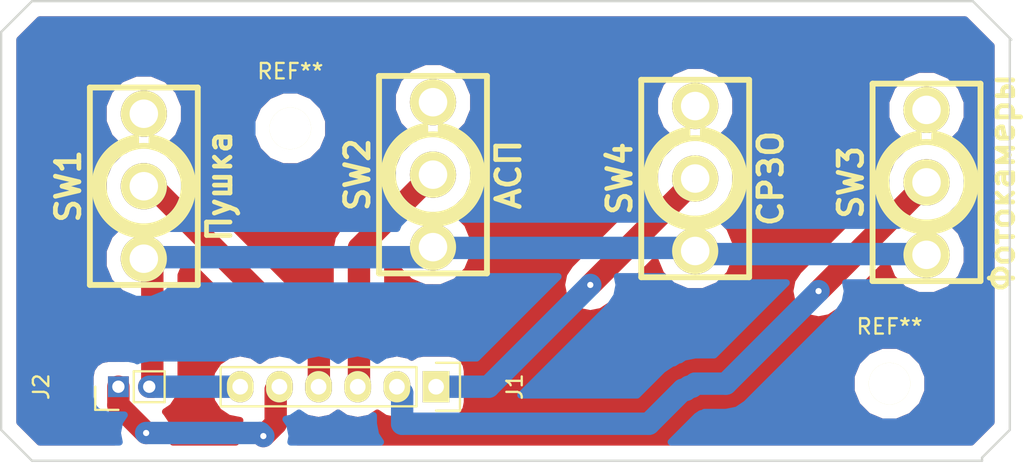
<source format=kicad_pcb>
(kicad_pcb (version 4) (host pcbnew 4.0.0-rc2-stable)

  (general
    (links 10)
    (no_connects 0)
    (area 13.8 12.8 80.6 45.6)
    (thickness 1.6)
    (drawings 9)
    (tracks 55)
    (zones 0)
    (modules 8)
    (nets 11)
  )

  (page A4 portrait)
  (title_block
    (title "СРЗО en Пушка")
    (date 2016-04-04)
    (rev 0.1a)
    (company ©Sovjet-Simpits.nl)
    (comment 1 "Ontwerper: Michiel Erasmus")
    (comment 2 "DCS: MiG-21bis aan-uit skakelaars")
  )

  (layers
    (0 F.Cu signal)
    (31 B.Cu signal)
    (32 B.Adhes user)
    (33 F.Adhes user)
    (34 B.Paste user)
    (35 F.Paste user)
    (36 B.SilkS user)
    (37 F.SilkS user)
    (38 B.Mask user)
    (39 F.Mask user)
    (40 Dwgs.User user)
    (41 Cmts.User user)
    (42 Eco1.User user)
    (43 Eco2.User user)
    (44 Edge.Cuts user)
    (45 Margin user)
    (46 B.CrtYd user)
    (47 F.CrtYd user)
    (48 B.Fab user)
    (49 F.Fab user)
  )

  (setup
    (last_trace_width 1.45)
    (trace_clearance 0.6)
    (zone_clearance 0.908)
    (zone_45_only no)
    (trace_min 0.4)
    (segment_width 0.2)
    (edge_width 0.15)
    (via_size 0.9)
    (via_drill 0.4)
    (via_min_size 0.4)
    (via_min_drill 0.3)
    (uvia_size 0.3)
    (uvia_drill 0.1)
    (uvias_allowed no)
    (uvia_min_size 0.2)
    (uvia_min_drill 0.1)
    (pcb_text_width 0.3)
    (pcb_text_size 1.5 1.5)
    (mod_edge_width 0.15)
    (mod_text_size 1 1)
    (mod_text_width 0.15)
    (pad_size 1.35 1.35)
    (pad_drill 0.8)
    (pad_to_mask_clearance 0.2)
    (aux_axis_origin 0 0)
    (visible_elements 7FFFFFFF)
    (pcbplotparams
      (layerselection 0x00030_80000001)
      (usegerberextensions false)
      (excludeedgelayer true)
      (linewidth 0.100000)
      (plotframeref false)
      (viasonmask false)
      (mode 1)
      (useauxorigin false)
      (hpglpennumber 1)
      (hpglpenspeed 20)
      (hpglpendiameter 15)
      (hpglpenoverlay 2)
      (psnegative false)
      (psa4output false)
      (plotreference true)
      (plotvalue true)
      (plotinvisibletext false)
      (padsonsilk false)
      (subtractmaskfromsilk false)
      (outputformat 1)
      (mirror false)
      (drillshape 0)
      (scaleselection 1)
      (outputdirectory "GERBERs voor dirtyPCBs.com/"))
  )

  (net 0 "")
  (net 1 /D10)
  (net 2 /D11)
  (net 3 /D12)
  (net 4 /D13)
  (net 5 /5V)
  (net 6 /GND)
  (net 7 "Net-(SW1-Pad3)")
  (net 8 "Net-(SW2-Pad3)")
  (net 9 "Net-(SW3-Pad3)")
  (net 10 "Net-(SW4-Pad3)")

  (net_class Default "Dit is de standaard class."
    (clearance 0.6)
    (trace_width 1.45)
    (via_dia 0.9)
    (via_drill 0.4)
    (uvia_dia 0.3)
    (uvia_drill 0.1)
    (add_net /5V)
    (add_net /D10)
    (add_net /D11)
    (add_net /D12)
    (add_net /D13)
    (add_net /GND)
    (add_net "Net-(SW1-Pad3)")
    (add_net "Net-(SW2-Pad3)")
    (add_net "Net-(SW3-Pad3)")
    (add_net "Net-(SW4-Pad3)")
  )

  (module Pin_Headers:Pin_Header_Straight_1x02_Pitch2.00mm (layer F.Cu) (tedit 5702B98B) (tstamp 5702B2A2)
    (at 21.6 38 90)
    (descr "Through hole pin header, 1x02, 2.00mm pitch, single row")
    (tags "pin header single row")
    (path /57027132)
    (fp_text reference J2 (at 0 -5 90) (layer F.SilkS)
      (effects (font (size 1 1) (thickness 0.15)))
    )
    (fp_text value HDR_2_led (at 0 -3 90) (layer F.Fab)
      (effects (font (size 1 1) (thickness 0.15)))
    )
    (fp_line (start -1 1) (end 1 1) (layer F.SilkS) (width 0.15))
    (fp_line (start 1 1) (end 1 3) (layer F.SilkS) (width 0.15))
    (fp_line (start 1 3) (end -1 3) (layer F.SilkS) (width 0.15))
    (fp_line (start -1 3) (end -1 1) (layer F.SilkS) (width 0.15))
    (fp_line (start -1.6 -1.6) (end 1.6 -1.6) (layer F.CrtYd) (width 0.05))
    (fp_line (start 1.6 -1.6) (end 1.6 3.6) (layer F.CrtYd) (width 0.05))
    (fp_line (start 1.6 3.6) (end -1.6 3.6) (layer F.CrtYd) (width 0.05))
    (fp_line (start -1.6 3.6) (end -1.6 -1.6) (layer F.CrtYd) (width 0.05))
    (fp_line (start -1.5 0) (end -1.5 -1.5) (layer F.SilkS) (width 0.15))
    (fp_line (start -1.5 -1.5) (end 0 -1.5) (layer F.SilkS) (width 0.15))
    (pad 1 thru_hole rect (at 0 0 90) (size 1.35 1.35) (drill 0.8) (layers *.Cu *.Mask)
      (net 5 /5V))
    (pad 2 thru_hole circle (at 0 2 90) (size 1.35 1.35) (drill 0.8) (layers *.Cu *.Mask)
      (net 6 /GND))
    (model Pin_Headers.3dshapes/Pin_Header_Straight_1x02_Pitch2.00mm.wrl
      (at (xyz 0 0 0))
      (scale (xyz 1 1 1))
      (rotate (xyz 0 0 0))
    )
  )

  (module w_switch:switch_100sp5 (layer F.Cu) (tedit 56B8ACCE) (tstamp 5702B2A9)
    (at 23.25 25 90)
    (descr "E-Switch 100SP5")
    (path /57016203)
    (fp_text reference SW1 (at 0 -4.89966 90) (layer F.SilkS)
      (effects (font (thickness 0.3048)))
    )
    (fp_text value Пушка (at 0 4.89966 90) (layer F.SilkS)
      (effects (font (thickness 0.3048)))
    )
    (fp_line (start 2.60096 0.50038) (end 3.0988 0.50038) (layer F.SilkS) (width 0.37846))
    (fp_line (start 2.60096 -0.50038) (end 3.0988 -0.50038) (layer F.SilkS) (width 0.37846))
    (fp_circle (center 0 0) (end -2.60096 0.29972) (layer F.SilkS) (width 0.37846))
    (fp_arc (start 0 0) (end -0.5207 -2.56032) (angle 90) (layer F.SilkS) (width 0.37846))
    (fp_arc (start 0 0) (end 2.56032 0.48006) (angle 90) (layer F.SilkS) (width 0.37846))
    (fp_arc (start 0 0) (end 2.83972 0.70104) (angle 90) (layer F.SilkS) (width 0.37846))
    (fp_arc (start 0 0) (end -0.70104 -2.82956) (angle 90) (layer F.SilkS) (width 0.37846))
    (fp_arc (start 0 0) (end 0 2.60096) (angle 90) (layer F.SilkS) (width 0.37846))
    (fp_arc (start 0 0) (end -2.60096 0) (angle 90) (layer F.SilkS) (width 0.37846))
    (fp_arc (start 0 0) (end 0 2.90068) (angle 90) (layer F.SilkS) (width 0.37846))
    (fp_arc (start 0 0) (end -2.90068 0) (angle 90) (layer F.SilkS) (width 0.37846))
    (fp_arc (start 0 0) (end 3.15976 0.51054) (angle 90) (layer F.SilkS) (width 0.37846))
    (fp_arc (start 0 0) (end -0.51054 -3.15976) (angle 90) (layer F.SilkS) (width 0.37846))
    (fp_arc (start 0 0) (end 0 3.2004) (angle 90) (layer F.SilkS) (width 0.37846))
    (fp_arc (start 0 0) (end -3.2004 0) (angle 90) (layer F.SilkS) (width 0.37846))
    (fp_line (start -6.4008 -3.49758) (end 6.4008 -3.49758) (layer F.SilkS) (width 0.37846))
    (fp_line (start 6.4008 -3.50012) (end 6.4008 3.50012) (layer F.SilkS) (width 0.37846))
    (fp_line (start 6.4008 3.50012) (end -6.4008 3.50012) (layer F.SilkS) (width 0.37846))
    (fp_line (start -6.4008 3.50012) (end -6.4008 -3.50012) (layer F.SilkS) (width 0.37846))
    (pad 1 thru_hole circle (at -4.699 0 90) (size 2.9972 2.9972) (drill 1.84658) (layers *.Cu *.Mask F.SilkS)
      (net 6 /GND))
    (pad 2 thru_hole circle (at 0 0 90) (size 2.9972 2.9972) (drill 1.84658) (layers *.Cu *.Mask F.SilkS)
      (net 4 /D13))
    (pad 3 thru_hole circle (at 4.699 0 90) (size 2.9972 2.9972) (drill 1.84658) (layers *.Cu *.Mask F.SilkS)
      (net 7 "Net-(SW1-Pad3)"))
    (model walter/switch/switch_100sp5.wrl
      (at (xyz 0 0 0))
      (scale (xyz 1 1 1))
      (rotate (xyz 0 0 0))
    )
  )

  (module w_switch:switch_100sp5 (layer F.Cu) (tedit 56B8ACCE) (tstamp 5702B2B0)
    (at 42 24.25 90)
    (descr "E-Switch 100SP5")
    (path /570162C4)
    (fp_text reference SW2 (at 0 -4.89966 90) (layer F.SilkS)
      (effects (font (thickness 0.3048)))
    )
    (fp_text value АСП (at 0 4.89966 90) (layer F.SilkS)
      (effects (font (thickness 0.3048)))
    )
    (fp_line (start 2.60096 0.50038) (end 3.0988 0.50038) (layer F.SilkS) (width 0.37846))
    (fp_line (start 2.60096 -0.50038) (end 3.0988 -0.50038) (layer F.SilkS) (width 0.37846))
    (fp_circle (center 0 0) (end -2.60096 0.29972) (layer F.SilkS) (width 0.37846))
    (fp_arc (start 0 0) (end -0.5207 -2.56032) (angle 90) (layer F.SilkS) (width 0.37846))
    (fp_arc (start 0 0) (end 2.56032 0.48006) (angle 90) (layer F.SilkS) (width 0.37846))
    (fp_arc (start 0 0) (end 2.83972 0.70104) (angle 90) (layer F.SilkS) (width 0.37846))
    (fp_arc (start 0 0) (end -0.70104 -2.82956) (angle 90) (layer F.SilkS) (width 0.37846))
    (fp_arc (start 0 0) (end 0 2.60096) (angle 90) (layer F.SilkS) (width 0.37846))
    (fp_arc (start 0 0) (end -2.60096 0) (angle 90) (layer F.SilkS) (width 0.37846))
    (fp_arc (start 0 0) (end 0 2.90068) (angle 90) (layer F.SilkS) (width 0.37846))
    (fp_arc (start 0 0) (end -2.90068 0) (angle 90) (layer F.SilkS) (width 0.37846))
    (fp_arc (start 0 0) (end 3.15976 0.51054) (angle 90) (layer F.SilkS) (width 0.37846))
    (fp_arc (start 0 0) (end -0.51054 -3.15976) (angle 90) (layer F.SilkS) (width 0.37846))
    (fp_arc (start 0 0) (end 0 3.2004) (angle 90) (layer F.SilkS) (width 0.37846))
    (fp_arc (start 0 0) (end -3.2004 0) (angle 90) (layer F.SilkS) (width 0.37846))
    (fp_line (start -6.4008 -3.49758) (end 6.4008 -3.49758) (layer F.SilkS) (width 0.37846))
    (fp_line (start 6.4008 -3.50012) (end 6.4008 3.50012) (layer F.SilkS) (width 0.37846))
    (fp_line (start 6.4008 3.50012) (end -6.4008 3.50012) (layer F.SilkS) (width 0.37846))
    (fp_line (start -6.4008 3.50012) (end -6.4008 -3.50012) (layer F.SilkS) (width 0.37846))
    (pad 1 thru_hole circle (at -4.699 0 90) (size 2.9972 2.9972) (drill 1.84658) (layers *.Cu *.Mask F.SilkS)
      (net 6 /GND))
    (pad 2 thru_hole circle (at 0 0 90) (size 2.9972 2.9972) (drill 1.84658) (layers *.Cu *.Mask F.SilkS)
      (net 3 /D12))
    (pad 3 thru_hole circle (at 4.699 0 90) (size 2.9972 2.9972) (drill 1.84658) (layers *.Cu *.Mask F.SilkS)
      (net 8 "Net-(SW2-Pad3)"))
    (model walter/switch/switch_100sp5.wrl
      (at (xyz 0 0 0))
      (scale (xyz 1 1 1))
      (rotate (xyz 0 0 0))
    )
  )

  (module w_switch:switch_100sp5 (layer F.Cu) (tedit 56B8ACCE) (tstamp 5702B2B7)
    (at 74 24.75 90)
    (descr "E-Switch 100SP5")
    (path /5701633A)
    (fp_text reference SW3 (at 0 -4.89966 90) (layer F.SilkS)
      (effects (font (thickness 0.3048)))
    )
    (fp_text value Фотокамеры (at 0 4.89966 90) (layer F.SilkS)
      (effects (font (thickness 0.3048)))
    )
    (fp_line (start 2.60096 0.50038) (end 3.0988 0.50038) (layer F.SilkS) (width 0.37846))
    (fp_line (start 2.60096 -0.50038) (end 3.0988 -0.50038) (layer F.SilkS) (width 0.37846))
    (fp_circle (center 0 0) (end -2.60096 0.29972) (layer F.SilkS) (width 0.37846))
    (fp_arc (start 0 0) (end -0.5207 -2.56032) (angle 90) (layer F.SilkS) (width 0.37846))
    (fp_arc (start 0 0) (end 2.56032 0.48006) (angle 90) (layer F.SilkS) (width 0.37846))
    (fp_arc (start 0 0) (end 2.83972 0.70104) (angle 90) (layer F.SilkS) (width 0.37846))
    (fp_arc (start 0 0) (end -0.70104 -2.82956) (angle 90) (layer F.SilkS) (width 0.37846))
    (fp_arc (start 0 0) (end 0 2.60096) (angle 90) (layer F.SilkS) (width 0.37846))
    (fp_arc (start 0 0) (end -2.60096 0) (angle 90) (layer F.SilkS) (width 0.37846))
    (fp_arc (start 0 0) (end 0 2.90068) (angle 90) (layer F.SilkS) (width 0.37846))
    (fp_arc (start 0 0) (end -2.90068 0) (angle 90) (layer F.SilkS) (width 0.37846))
    (fp_arc (start 0 0) (end 3.15976 0.51054) (angle 90) (layer F.SilkS) (width 0.37846))
    (fp_arc (start 0 0) (end -0.51054 -3.15976) (angle 90) (layer F.SilkS) (width 0.37846))
    (fp_arc (start 0 0) (end 0 3.2004) (angle 90) (layer F.SilkS) (width 0.37846))
    (fp_arc (start 0 0) (end -3.2004 0) (angle 90) (layer F.SilkS) (width 0.37846))
    (fp_line (start -6.4008 -3.49758) (end 6.4008 -3.49758) (layer F.SilkS) (width 0.37846))
    (fp_line (start 6.4008 -3.50012) (end 6.4008 3.50012) (layer F.SilkS) (width 0.37846))
    (fp_line (start 6.4008 3.50012) (end -6.4008 3.50012) (layer F.SilkS) (width 0.37846))
    (fp_line (start -6.4008 3.50012) (end -6.4008 -3.50012) (layer F.SilkS) (width 0.37846))
    (pad 1 thru_hole circle (at -4.699 0 90) (size 2.9972 2.9972) (drill 1.84658) (layers *.Cu *.Mask F.SilkS)
      (net 6 /GND))
    (pad 2 thru_hole circle (at 0 0 90) (size 2.9972 2.9972) (drill 1.84658) (layers *.Cu *.Mask F.SilkS)
      (net 2 /D11))
    (pad 3 thru_hole circle (at 4.699 0 90) (size 2.9972 2.9972) (drill 1.84658) (layers *.Cu *.Mask F.SilkS)
      (net 9 "Net-(SW3-Pad3)"))
    (model walter/switch/switch_100sp5.wrl
      (at (xyz 0 0 0))
      (scale (xyz 1 1 1))
      (rotate (xyz 0 0 0))
    )
  )

  (module w_switch:switch_100sp5 (layer F.Cu) (tedit 56B8ACCE) (tstamp 5702B2BE)
    (at 59 24.5 90)
    (descr "E-Switch 100SP5")
    (path /57026E1E)
    (fp_text reference SW4 (at 0 -4.89966 90) (layer F.SilkS)
      (effects (font (thickness 0.3048)))
    )
    (fp_text value СРЗО (at 0 4.89966 90) (layer F.SilkS)
      (effects (font (thickness 0.3048)))
    )
    (fp_line (start 2.60096 0.50038) (end 3.0988 0.50038) (layer F.SilkS) (width 0.37846))
    (fp_line (start 2.60096 -0.50038) (end 3.0988 -0.50038) (layer F.SilkS) (width 0.37846))
    (fp_circle (center 0 0) (end -2.60096 0.29972) (layer F.SilkS) (width 0.37846))
    (fp_arc (start 0 0) (end -0.5207 -2.56032) (angle 90) (layer F.SilkS) (width 0.37846))
    (fp_arc (start 0 0) (end 2.56032 0.48006) (angle 90) (layer F.SilkS) (width 0.37846))
    (fp_arc (start 0 0) (end 2.83972 0.70104) (angle 90) (layer F.SilkS) (width 0.37846))
    (fp_arc (start 0 0) (end -0.70104 -2.82956) (angle 90) (layer F.SilkS) (width 0.37846))
    (fp_arc (start 0 0) (end 0 2.60096) (angle 90) (layer F.SilkS) (width 0.37846))
    (fp_arc (start 0 0) (end -2.60096 0) (angle 90) (layer F.SilkS) (width 0.37846))
    (fp_arc (start 0 0) (end 0 2.90068) (angle 90) (layer F.SilkS) (width 0.37846))
    (fp_arc (start 0 0) (end -2.90068 0) (angle 90) (layer F.SilkS) (width 0.37846))
    (fp_arc (start 0 0) (end 3.15976 0.51054) (angle 90) (layer F.SilkS) (width 0.37846))
    (fp_arc (start 0 0) (end -0.51054 -3.15976) (angle 90) (layer F.SilkS) (width 0.37846))
    (fp_arc (start 0 0) (end 0 3.2004) (angle 90) (layer F.SilkS) (width 0.37846))
    (fp_arc (start 0 0) (end -3.2004 0) (angle 90) (layer F.SilkS) (width 0.37846))
    (fp_line (start -6.4008 -3.49758) (end 6.4008 -3.49758) (layer F.SilkS) (width 0.37846))
    (fp_line (start 6.4008 -3.50012) (end 6.4008 3.50012) (layer F.SilkS) (width 0.37846))
    (fp_line (start 6.4008 3.50012) (end -6.4008 3.50012) (layer F.SilkS) (width 0.37846))
    (fp_line (start -6.4008 3.50012) (end -6.4008 -3.50012) (layer F.SilkS) (width 0.37846))
    (pad 1 thru_hole circle (at -4.699 0 90) (size 2.9972 2.9972) (drill 1.84658) (layers *.Cu *.Mask F.SilkS)
      (net 6 /GND))
    (pad 2 thru_hole circle (at 0 0 90) (size 2.9972 2.9972) (drill 1.84658) (layers *.Cu *.Mask F.SilkS)
      (net 1 /D10))
    (pad 3 thru_hole circle (at 4.699 0 90) (size 2.9972 2.9972) (drill 1.84658) (layers *.Cu *.Mask F.SilkS)
      (net 10 "Net-(SW4-Pad3)"))
    (model walter/switch/switch_100sp5.wrl
      (at (xyz 0 0 0))
      (scale (xyz 1 1 1))
      (rotate (xyz 0 0 0))
    )
  )

  (module Pin_Headers:Pin_Header_Straight_1x06 (layer F.Cu) (tedit 0) (tstamp 5702B8FC)
    (at 42.2 38 270)
    (descr "Through hole pin header")
    (tags "pin header")
    (path /57026348)
    (fp_text reference J1 (at 0 -5.1 270) (layer F.SilkS)
      (effects (font (size 1 1) (thickness 0.15)))
    )
    (fp_text value HDR_6_Пушка (at 0 -3.1 270) (layer F.Fab)
      (effects (font (size 1 1) (thickness 0.15)))
    )
    (fp_line (start -1.75 -1.75) (end -1.75 14.45) (layer F.CrtYd) (width 0.05))
    (fp_line (start 1.75 -1.75) (end 1.75 14.45) (layer F.CrtYd) (width 0.05))
    (fp_line (start -1.75 -1.75) (end 1.75 -1.75) (layer F.CrtYd) (width 0.05))
    (fp_line (start -1.75 14.45) (end 1.75 14.45) (layer F.CrtYd) (width 0.05))
    (fp_line (start 1.27 1.27) (end 1.27 13.97) (layer F.SilkS) (width 0.15))
    (fp_line (start 1.27 13.97) (end -1.27 13.97) (layer F.SilkS) (width 0.15))
    (fp_line (start -1.27 13.97) (end -1.27 1.27) (layer F.SilkS) (width 0.15))
    (fp_line (start 1.55 -1.55) (end 1.55 0) (layer F.SilkS) (width 0.15))
    (fp_line (start 1.27 1.27) (end -1.27 1.27) (layer F.SilkS) (width 0.15))
    (fp_line (start -1.55 0) (end -1.55 -1.55) (layer F.SilkS) (width 0.15))
    (fp_line (start -1.55 -1.55) (end 1.55 -1.55) (layer F.SilkS) (width 0.15))
    (pad 1 thru_hole rect (at 0 0 270) (size 2.032 1.7272) (drill 1.016) (layers *.Cu *.Mask F.SilkS)
      (net 1 /D10))
    (pad 2 thru_hole oval (at 0 2.54 270) (size 2.032 1.7272) (drill 1.016) (layers *.Cu *.Mask F.SilkS)
      (net 2 /D11))
    (pad 3 thru_hole oval (at 0 5.08 270) (size 2.032 1.7272) (drill 1.016) (layers *.Cu *.Mask F.SilkS)
      (net 3 /D12))
    (pad 4 thru_hole oval (at 0 7.62 270) (size 2.032 1.7272) (drill 1.016) (layers *.Cu *.Mask F.SilkS)
      (net 4 /D13))
    (pad 5 thru_hole oval (at 0 10.16 270) (size 2.032 1.7272) (drill 1.016) (layers *.Cu *.Mask F.SilkS)
      (net 5 /5V))
    (pad 6 thru_hole oval (at 0 12.7 270) (size 2.032 1.7272) (drill 1.016) (layers *.Cu *.Mask F.SilkS)
      (net 6 /GND))
    (model Pin_Headers.3dshapes/Pin_Header_Straight_1x06.wrl
      (at (xyz 0 -0.25 0))
      (scale (xyz 1 1 1))
      (rotate (xyz 0 0 90))
    )
  )

  (module Mounting_Holes:MountingHole_2.7mm (layer F.Cu) (tedit 56D1B4CB) (tstamp 5703A8C8)
    (at 32.75 21.25)
    (descr "Mounting Hole 2.7mm, no annular")
    (tags "mounting hole 2.7mm no annular")
    (fp_text reference REF** (at 0 -3.7) (layer F.SilkS)
      (effects (font (size 1 1) (thickness 0.15)))
    )
    (fp_text value MountingHole_2.7mm (at 0 3.7) (layer F.Fab)
      (effects (font (size 1 1) (thickness 0.15)))
    )
    (fp_circle (center 0 0) (end 2.7 0) (layer Cmts.User) (width 0.15))
    (fp_circle (center 0 0) (end 2.95 0) (layer F.CrtYd) (width 0.05))
    (pad 1 np_thru_hole circle (at 0 0) (size 2.7 2.7) (drill 2.7) (layers *.Cu *.Mask F.SilkS))
  )

  (module Mounting_Holes:MountingHole_2.7mm (layer F.Cu) (tedit 56D1B4CB) (tstamp 5703A8D7)
    (at 71.6 37.8)
    (descr "Mounting Hole 2.7mm, no annular")
    (tags "mounting hole 2.7mm no annular")
    (fp_text reference REF** (at 0 -3.7) (layer F.SilkS)
      (effects (font (size 1 1) (thickness 0.15)))
    )
    (fp_text value MountingHole_2.7mm (at 0 3.7) (layer F.Fab)
      (effects (font (size 1 1) (thickness 0.15)))
    )
    (fp_circle (center 0 0) (end 2.7 0) (layer Cmts.User) (width 0.15))
    (fp_circle (center 0 0) (end 2.95 0) (layer F.CrtYd) (width 0.05))
    (pad 1 np_thru_hole circle (at 0 0) (size 2.7 2.7) (drill 2.7) (layers *.Cu *.Mask F.SilkS))
  )

  (gr_line (start 79.4 15.4) (end 79.4 40.8) (angle 90) (layer Edge.Cuts) (width 0.15))
  (gr_line (start 14 15) (end 14 40.8) (angle 90) (layer Edge.Cuts) (width 0.15))
  (gr_line (start 16 42.8) (end 77.6 42.8) (angle 90) (layer Edge.Cuts) (width 0.15))
  (gr_line (start 77.6 42.6) (end 77.6 42.8) (angle 90) (layer Edge.Cuts) (width 0.15))
  (gr_line (start 79.4 40.8) (end 77.6 42.6) (angle 90) (layer Edge.Cuts) (width 0.15))
  (gr_line (start 14 40.8) (end 16 42.8) (angle 90) (layer Edge.Cuts) (width 0.15))
  (gr_line (start 16 13) (end 14 15) (angle 90) (layer Edge.Cuts) (width 0.15))
  (gr_line (start 77 13) (end 79.5 15.5) (angle 90) (layer Edge.Cuts) (width 0.15))
  (gr_line (start 16 13) (end 77 13) (angle 90) (layer Edge.Cuts) (width 0.15))

  (segment (start 59 24.5) (end 59 24.6) (width 1.45) (layer F.Cu) (net 1) (status 80000))
  (segment (start 59 24.6) (end 52.2 31.4) (width 1.45) (layer F.Cu) (net 1) (status 80000))
  (via (at 52.2 31.4) (size 0.9) (layers F.Cu B.Cu) (net 1) (status 80000))
  (segment (start 52.2 31.4) (end 45.6 38) (width 1.45) (layer B.Cu) (net 1) (status 80000))
  (segment (start 45.6 38) (end 42.2 38) (width 1.45) (layer B.Cu) (net 1) (status 80000))
  (segment (start 74 24.75) (end 74 24.8) (width 1.45) (layer F.Cu) (net 2) (status 80000))
  (segment (start 74 24.8) (end 67 31.8) (width 1.45) (layer F.Cu) (net 2) (status 80000))
  (via (at 67 31.8) (size 0.9) (layers F.Cu B.Cu) (net 2) (status 80000))
  (segment (start 67 31.8) (end 61 37.8) (width 1.45) (layer B.Cu) (net 2) (status 80000))
  (segment (start 61 37.8) (end 59 37.8) (width 1.45) (layer B.Cu) (net 2) (status 80000))
  (segment (start 59 37.8) (end 58.8 38) (width 1.45) (layer B.Cu) (net 2) (status 80000))
  (segment (start 58.8 38) (end 58.6 38) (width 1.45) (layer B.Cu) (net 2) (status 80000))
  (segment (start 58.6 38) (end 58.4 38.2) (width 1.45) (layer B.Cu) (net 2) (status 80000))
  (segment (start 58.4 38.2) (end 58.2 38.2) (width 1.45) (layer B.Cu) (net 2) (status 80000))
  (segment (start 58.2 38.2) (end 56 40.4) (width 1.45) (layer B.Cu) (net 2) (status 80000))
  (segment (start 56 40.4) (end 40 40.4) (width 1.45) (layer B.Cu) (net 2) (status 80000))
  (segment (start 40 40.4) (end 40 38.4) (width 1.45) (layer B.Cu) (net 2) (status 80000))
  (segment (start 40 38.4) (end 39.6 38) (width 1.45) (layer B.Cu) (net 2) (status 80000))
  (segment (start 39.6 38) (end 39.66 38) (width 1.45) (layer B.Cu) (net 2) (tstamp 572B486A) (status 80000))
  (segment (start 42 24.25) (end 42 24.2) (width 1.45) (layer F.Cu) (net 3) (status 80000))
  (segment (start 42 24.2) (end 37.2 29) (width 1.45) (layer F.Cu) (net 3) (status 80000))
  (segment (start 37.2 29) (end 37.2 38) (width 1.45) (layer F.Cu) (net 3) (status 80000))
  (segment (start 37.2 38) (end 37.12 38) (width 1.45) (layer F.Cu) (net 3) (tstamp 572B4868) (status 80000))
  (segment (start 23.25 25) (end 23.8 25) (width 1.45) (layer F.Cu) (net 4) (status 80000))
  (segment (start 23.8 25) (end 34.6 35.8) (width 1.45) (layer F.Cu) (net 4) (status 80000))
  (segment (start 34.6 35.8) (end 34.6 38) (width 1.45) (layer F.Cu) (net 4) (status 80000))
  (segment (start 34.6 38) (end 34.58 38) (width 1.45) (layer F.Cu) (net 4) (tstamp 572B4869) (status 80000))
  (segment (start 32.04 38) (end 32 38) (width 1.45) (layer F.Cu) (net 5) (status 80000))
  (segment (start 32 38) (end 31.8 38.2) (width 1.45) (layer F.Cu) (net 5) (status 80000))
  (segment (start 31.8 38.2) (end 31.8 40.4) (width 1.45) (layer F.Cu) (net 5) (status 80000))
  (segment (start 31.8 40.4) (end 31 41.2) (width 1.45) (layer F.Cu) (net 5) (status 80000))
  (via (at 31 41.2) (size 0.9) (layers F.Cu B.Cu) (net 5) (status 80000))
  (segment (start 31 41.2) (end 30.8 41) (width 1.45) (layer B.Cu) (net 5) (status 80000))
  (segment (start 30.8 41) (end 23.4 41) (width 1.45) (layer B.Cu) (net 5) (status 80000))
  (via (at 23.4 41) (size 0.9) (layers F.Cu B.Cu) (net 5) (status 80000))
  (segment (start 23.4 41) (end 21.6 39.2) (width 1.45) (layer F.Cu) (net 5) (status 80000))
  (segment (start 21.6 39.2) (end 21.6 38) (width 1.45) (layer F.Cu) (net 5) (status 80000))
  (segment (start 42 28.949) (end 42 29) (width 1.45) (layer B.Cu) (net 6) (status 80000))
  (segment (start 42 29) (end 41.4 29.6) (width 1.45) (layer B.Cu) (net 6) (status 80000))
  (segment (start 41.4 29.6) (end 23.2 29.6) (width 1.45) (layer B.Cu) (net 6) (status 80000))
  (segment (start 23.2 29.6) (end 23.25 29.699) (width 1.45) (layer B.Cu) (net 6) (tstamp 572B4867) (status 80000))
  (segment (start 59 29.199) (end 59 29.2) (width 1.45) (layer B.Cu) (net 6) (status 80000))
  (segment (start 59 29.2) (end 58.8 29) (width 1.45) (layer B.Cu) (net 6) (status 80000))
  (segment (start 58.8 29) (end 42 29) (width 1.45) (layer B.Cu) (net 6) (status 80000))
  (segment (start 42 29) (end 42 28.949) (width 1.45) (layer B.Cu) (net 6) (tstamp 572B4866) (status 80000))
  (segment (start 59 29.199) (end 59 29.2) (width 1.45) (layer B.Cu) (net 6) (status 80000))
  (segment (start 59 29.2) (end 59.2 29.4) (width 1.45) (layer B.Cu) (net 6) (status 80000))
  (segment (start 59.2 29.4) (end 74 29.4) (width 1.45) (layer B.Cu) (net 6) (status 80000))
  (segment (start 74 29.4) (end 74 29.449) (width 1.45) (layer B.Cu) (net 6) (tstamp 572B4865) (status 80000))
  (segment (start 23.25 29.699) (end 23.2 29.6) (width 1.45) (layer F.Cu) (net 6) (status 80000))
  (segment (start 23.2 29.6) (end 23.8 30.2) (width 1.45) (layer F.Cu) (net 6) (status 80000))
  (segment (start 23.8 30.2) (end 23.8 38) (width 1.45) (layer F.Cu) (net 6) (status 80000))
  (segment (start 23.8 38) (end 23.6 38) (width 1.45) (layer F.Cu) (net 6) (status 80000))
  (segment (start 23.6 38) (end 29.5 38) (width 1.45) (layer B.Cu) (net 6) (status 80000))
  (segment (start 73.75 29.199) (end 74 29.449) (width 1.45) (layer F.Cu) (net 6) (tstamp 5702B67F))

  (zone (net 0) (net_name "") (layer F.Cu) (tstamp 572B487F) (hatch edge 0.508)
    (connect_pads (clearance 0.908))
    (min_thickness 0.454)
    (fill yes (arc_segments 16) (thermal_gap 0.508) (thermal_bridge_width 0.508))
    (polygon
      (pts
        (xy 79.4 15.4) (xy 79.4 40.8) (xy 77.6 42.6) (xy 77.6 42.8) (xy 16 42.8)
        (xy 14 40.8) (xy 14 15) (xy 16 13) (xy 77 13) (xy 79.4 15.4)
      )
    )
    (filled_polygon
      (pts
        (xy 78.19 15.901198) (xy 78.19 40.298802) (xy 76.898802 41.59) (xy 33.198888 41.59) (xy 33.518416 41.111791)
        (xy 33.660001 40.4) (xy 33.66 40.399995) (xy 33.66 39.937326) (xy 33.815169 40.041007) (xy 34.58 40.193141)
        (xy 35.344831 40.041007) (xy 35.85 39.703464) (xy 36.355169 40.041007) (xy 37.12 40.193141) (xy 37.884831 40.041007)
        (xy 38.39 39.703464) (xy 38.895169 40.041007) (xy 39.66 40.193141) (xy 40.424831 40.041007) (xy 40.627699 39.905455)
        (xy 40.886171 40.082061) (xy 41.3364 40.173235) (xy 43.0636 40.173235) (xy 43.484206 40.094093) (xy 43.870506 39.845515)
        (xy 44.129661 39.466229) (xy 44.220835 39.016) (xy 44.220835 38.292128) (xy 69.11457 38.292128) (xy 69.492091 39.2058)
        (xy 70.190523 39.905452) (xy 71.103534 40.284568) (xy 72.092128 40.28543) (xy 73.0058 39.907909) (xy 73.705452 39.209477)
        (xy 74.084568 38.296466) (xy 74.08543 37.307872) (xy 73.707909 36.3942) (xy 73.009477 35.694548) (xy 72.096466 35.315432)
        (xy 71.107872 35.31457) (xy 70.1942 35.692091) (xy 69.494548 36.390523) (xy 69.115432 37.303534) (xy 69.11457 38.292128)
        (xy 44.220835 38.292128) (xy 44.220835 36.984) (xy 44.141693 36.563394) (xy 43.893115 36.177094) (xy 43.513829 35.917939)
        (xy 43.0636 35.826765) (xy 41.3364 35.826765) (xy 40.915794 35.905907) (xy 40.625219 36.092888) (xy 40.424831 35.958993)
        (xy 39.66 35.806859) (xy 39.06 35.926206) (xy 39.06 29.770438) (xy 39.365949 29.464489) (xy 39.365944 29.470557)
        (xy 39.766041 30.438865) (xy 40.506238 31.180355) (xy 41.473846 31.582142) (xy 42.521557 31.583056) (xy 42.964586 31.4)
        (xy 50.339999 31.4) (xy 50.481584 32.111791) (xy 50.884781 32.715219) (xy 51.488209 33.118416) (xy 52.2 33.260001)
        (xy 52.911791 33.118416) (xy 53.515219 32.715219) (xy 56.408028 29.822409) (xy 56.766041 30.688865) (xy 57.506238 31.430355)
        (xy 58.473846 31.832142) (xy 59.521557 31.833056) (xy 59.601558 31.8) (xy 65.139999 31.8) (xy 65.281584 32.511791)
        (xy 65.684781 33.115219) (xy 66.288209 33.518416) (xy 67 33.660001) (xy 67.711791 33.518416) (xy 68.315219 33.115219)
        (xy 71.393409 30.037029) (xy 71.766041 30.938865) (xy 72.506238 31.680355) (xy 73.473846 32.082142) (xy 74.521557 32.083056)
        (xy 75.489865 31.682959) (xy 76.231355 30.942762) (xy 76.633142 29.975154) (xy 76.634056 28.927443) (xy 76.233959 27.959135)
        (xy 75.493762 27.217645) (xy 75.209735 27.099706) (xy 75.489865 26.983959) (xy 76.231355 26.243762) (xy 76.633142 25.276154)
        (xy 76.634056 24.228443) (xy 76.233959 23.260135) (xy 75.493762 22.518645) (xy 75.209735 22.400706) (xy 75.489865 22.284959)
        (xy 76.231355 21.544762) (xy 76.633142 20.577154) (xy 76.634056 19.529443) (xy 76.233959 18.561135) (xy 75.493762 17.819645)
        (xy 74.526154 17.417858) (xy 73.478443 17.416944) (xy 72.510135 17.817041) (xy 71.768645 18.557238) (xy 71.366858 19.524846)
        (xy 71.365944 20.572557) (xy 71.766041 21.540865) (xy 72.506238 22.282355) (xy 72.790265 22.400294) (xy 72.510135 22.516041)
        (xy 71.768645 23.256238) (xy 71.366858 24.223846) (xy 71.366353 24.803209) (xy 65.684781 30.484781) (xy 65.281584 31.088209)
        (xy 65.139999 31.8) (xy 59.601558 31.8) (xy 60.489865 31.432959) (xy 61.231355 30.692762) (xy 61.633142 29.725154)
        (xy 61.634056 28.677443) (xy 61.233959 27.709135) (xy 60.493762 26.967645) (xy 60.209735 26.849706) (xy 60.489865 26.733959)
        (xy 61.231355 25.993762) (xy 61.633142 25.026154) (xy 61.634056 23.978443) (xy 61.233959 23.010135) (xy 60.493762 22.268645)
        (xy 60.209735 22.150706) (xy 60.489865 22.034959) (xy 61.231355 21.294762) (xy 61.633142 20.327154) (xy 61.634056 19.279443)
        (xy 61.233959 18.311135) (xy 60.493762 17.569645) (xy 59.526154 17.167858) (xy 58.478443 17.166944) (xy 57.510135 17.567041)
        (xy 56.768645 18.307238) (xy 56.366858 19.274846) (xy 56.365944 20.322557) (xy 56.766041 21.290865) (xy 57.506238 22.032355)
        (xy 57.790265 22.150294) (xy 57.510135 22.266041) (xy 56.768645 23.006238) (xy 56.366858 23.973846) (xy 56.366309 24.603254)
        (xy 50.884781 30.084781) (xy 50.481584 30.688209) (xy 50.339999 31.4) (xy 42.964586 31.4) (xy 43.489865 31.182959)
        (xy 44.231355 30.442762) (xy 44.633142 29.475154) (xy 44.634056 28.427443) (xy 44.233959 27.459135) (xy 43.493762 26.717645)
        (xy 43.209735 26.599706) (xy 43.489865 26.483959) (xy 44.231355 25.743762) (xy 44.633142 24.776154) (xy 44.634056 23.728443)
        (xy 44.233959 22.760135) (xy 43.493762 22.018645) (xy 43.209735 21.900706) (xy 43.489865 21.784959) (xy 44.231355 21.044762)
        (xy 44.633142 20.077154) (xy 44.634056 19.029443) (xy 44.233959 18.061135) (xy 43.493762 17.319645) (xy 42.526154 16.917858)
        (xy 41.478443 16.916944) (xy 40.510135 17.317041) (xy 39.768645 18.057238) (xy 39.366858 19.024846) (xy 39.365944 20.072557)
        (xy 39.766041 21.040865) (xy 40.506238 21.782355) (xy 40.790265 21.900294) (xy 40.510135 22.016041) (xy 39.768645 22.756238)
        (xy 39.366858 23.723846) (xy 39.36644 24.203122) (xy 35.884781 27.684781) (xy 35.481584 28.288209) (xy 35.339999 29)
        (xy 35.34 29.000005) (xy 35.34 33.909563) (xy 25.866576 24.436138) (xy 25.483959 23.510135) (xy 24.743762 22.768645)
        (xy 24.459735 22.650706) (xy 24.739865 22.534959) (xy 25.481355 21.794762) (xy 25.50321 21.742128) (xy 30.26457 21.742128)
        (xy 30.642091 22.6558) (xy 31.340523 23.355452) (xy 32.253534 23.734568) (xy 33.242128 23.73543) (xy 34.1558 23.357909)
        (xy 34.855452 22.659477) (xy 35.234568 21.746466) (xy 35.23543 20.757872) (xy 34.857909 19.8442) (xy 34.159477 19.144548)
        (xy 33.246466 18.765432) (xy 32.257872 18.76457) (xy 31.3442 19.142091) (xy 30.644548 19.840523) (xy 30.265432 20.753534)
        (xy 30.26457 21.742128) (xy 25.50321 21.742128) (xy 25.883142 20.827154) (xy 25.884056 19.779443) (xy 25.483959 18.811135)
        (xy 24.743762 18.069645) (xy 23.776154 17.667858) (xy 22.728443 17.666944) (xy 21.760135 18.067041) (xy 21.018645 18.807238)
        (xy 20.616858 19.774846) (xy 20.615944 20.822557) (xy 21.016041 21.790865) (xy 21.756238 22.532355) (xy 22.040265 22.650294)
        (xy 21.760135 22.766041) (xy 21.018645 23.506238) (xy 20.616858 24.473846) (xy 20.615944 25.521557) (xy 21.016041 26.489865)
        (xy 21.756238 27.231355) (xy 22.040265 27.349294) (xy 21.760135 27.465041) (xy 21.018645 28.205238) (xy 20.616858 29.172846)
        (xy 20.615944 30.220557) (xy 21.016041 31.188865) (xy 21.756238 31.930355) (xy 21.94 32.00666) (xy 21.94 36.167765)
        (xy 21.739584 36.167765) (xy 21.6 36.14) (xy 21.460416 36.167765) (xy 20.925 36.167765) (xy 20.504394 36.246907)
        (xy 20.118094 36.495485) (xy 19.858939 36.874771) (xy 19.767765 37.325) (xy 19.767765 37.860416) (xy 19.74 38)
        (xy 19.74 39.199995) (xy 19.739999 39.2) (xy 19.881584 39.911791) (xy 20.284781 40.515219) (xy 21.359563 41.59)
        (xy 16.501198 41.59) (xy 15.21 40.298802) (xy 15.21 15.501198) (xy 16.501198 14.21) (xy 76.498802 14.21)
      )
    )
    (filled_polygon
      (pts
        (xy 31.98697 35.817407) (xy 31.275169 35.958993) (xy 30.77 36.296536) (xy 30.264831 35.958993) (xy 29.5 35.806859)
        (xy 28.735169 35.958993) (xy 28.086776 36.392235) (xy 27.653534 37.040628) (xy 27.5014 37.805459) (xy 27.5014 38.194541)
        (xy 27.653534 38.959372) (xy 28.086776 39.607765) (xy 28.735169 40.041007) (xy 29.481236 40.189409) (xy 29.281584 40.488209)
        (xy 29.139999 41.2) (xy 29.217575 41.59) (xy 25.142642 41.59) (xy 25.26 41) (xy 25.118416 40.288208)
        (xy 24.715218 39.684781) (xy 24.653899 39.623462) (xy 25.115219 39.315219) (xy 25.518416 38.711791) (xy 25.66 38)
        (xy 25.66 30.762538) (xy 25.883142 30.225154) (xy 25.883588 29.714026)
      )
    )
  )
  (zone (net 0) (net_name "") (layer B.Cu) (tstamp 572B48B6) (hatch edge 0.508)
    (connect_pads (clearance 0.908))
    (min_thickness 0.454)
    (fill yes (arc_segments 16) (thermal_gap 0.508) (thermal_bridge_width 0.508))
    (polygon
      (pts
        (xy 16 13) (xy 77 13) (xy 79.4 15.4) (xy 79.4 40.8) (xy 77.6 42.6)
        (xy 77.6 42.8) (xy 16 42.8) (xy 14 40.8) (xy 14 15) (xy 16 13)
      )
    )
    (filled_polygon
      (pts
        (xy 78.19 15.901198) (xy 78.19 40.298802) (xy 76.898802 41.59) (xy 57.440438 41.59) (xy 59.112485 39.917952)
        (xy 59.368437 39.746931) (xy 59.511791 39.718416) (xy 59.599217 39.66) (xy 60.999995 39.66) (xy 61 39.660001)
        (xy 61.711791 39.518416) (xy 62.315219 39.115219) (xy 63.138309 38.292128) (xy 69.11457 38.292128) (xy 69.492091 39.2058)
        (xy 70.190523 39.905452) (xy 71.103534 40.284568) (xy 72.092128 40.28543) (xy 73.0058 39.907909) (xy 73.705452 39.209477)
        (xy 74.084568 38.296466) (xy 74.08543 37.307872) (xy 73.707909 36.3942) (xy 73.009477 35.694548) (xy 72.096466 35.315432)
        (xy 71.107872 35.31457) (xy 70.1942 35.692091) (xy 69.494548 36.390523) (xy 69.115432 37.303534) (xy 69.11457 38.292128)
        (xy 63.138309 38.292128) (xy 68.315218 33.115219) (xy 68.718416 32.511792) (xy 68.86 31.8) (xy 68.752587 31.26)
        (xy 72.086616 31.26) (xy 72.506238 31.680355) (xy 73.473846 32.082142) (xy 74.521557 32.083056) (xy 75.489865 31.682959)
        (xy 76.231355 30.942762) (xy 76.633142 29.975154) (xy 76.634056 28.927443) (xy 76.233959 27.959135) (xy 75.493762 27.217645)
        (xy 75.209735 27.099706) (xy 75.489865 26.983959) (xy 76.231355 26.243762) (xy 76.633142 25.276154) (xy 76.634056 24.228443)
        (xy 76.233959 23.260135) (xy 75.493762 22.518645) (xy 75.209735 22.400706) (xy 75.489865 22.284959) (xy 76.231355 21.544762)
        (xy 76.633142 20.577154) (xy 76.634056 19.529443) (xy 76.233959 18.561135) (xy 75.493762 17.819645) (xy 74.526154 17.417858)
        (xy 73.478443 17.416944) (xy 72.510135 17.817041) (xy 71.768645 18.557238) (xy 71.366858 19.524846) (xy 71.365944 20.572557)
        (xy 71.766041 21.540865) (xy 72.506238 22.282355) (xy 72.790265 22.400294) (xy 72.510135 22.516041) (xy 71.768645 23.256238)
        (xy 71.366858 24.223846) (xy 71.365944 25.271557) (xy 71.766041 26.239865) (xy 72.506238 26.981355) (xy 72.790265 27.099294)
        (xy 72.510135 27.215041) (xy 72.184608 27.54) (xy 61.065119 27.54) (xy 60.493762 26.967645) (xy 60.209735 26.849706)
        (xy 60.489865 26.733959) (xy 61.231355 25.993762) (xy 61.633142 25.026154) (xy 61.634056 23.978443) (xy 61.233959 23.010135)
        (xy 60.493762 22.268645) (xy 60.209735 22.150706) (xy 60.489865 22.034959) (xy 61.231355 21.294762) (xy 61.633142 20.327154)
        (xy 61.634056 19.279443) (xy 61.233959 18.311135) (xy 60.493762 17.569645) (xy 59.526154 17.167858) (xy 58.478443 17.166944)
        (xy 57.510135 17.567041) (xy 56.768645 18.307238) (xy 56.366858 19.274846) (xy 56.365944 20.322557) (xy 56.766041 21.290865)
        (xy 57.506238 22.032355) (xy 57.790265 22.150294) (xy 57.510135 22.266041) (xy 56.768645 23.006238) (xy 56.366858 23.973846)
        (xy 56.365944 25.021557) (xy 56.766041 25.989865) (xy 57.506238 26.731355) (xy 57.790265 26.849294) (xy 57.510135 26.965041)
        (xy 57.33487 27.14) (xy 43.915381 27.14) (xy 43.493762 26.717645) (xy 43.209735 26.599706) (xy 43.489865 26.483959)
        (xy 44.231355 25.743762) (xy 44.633142 24.776154) (xy 44.634056 23.728443) (xy 44.233959 22.760135) (xy 43.493762 22.018645)
        (xy 43.209735 21.900706) (xy 43.489865 21.784959) (xy 44.231355 21.044762) (xy 44.633142 20.077154) (xy 44.634056 19.029443)
        (xy 44.233959 18.061135) (xy 43.493762 17.319645) (xy 42.526154 16.917858) (xy 41.478443 16.916944) (xy 40.510135 17.317041)
        (xy 39.768645 18.057238) (xy 39.366858 19.024846) (xy 39.365944 20.072557) (xy 39.766041 21.040865) (xy 40.506238 21.782355)
        (xy 40.790265 21.900294) (xy 40.510135 22.016041) (xy 39.768645 22.756238) (xy 39.366858 23.723846) (xy 39.365944 24.771557)
        (xy 39.766041 25.739865) (xy 40.506238 26.481355) (xy 40.790265 26.599294) (xy 40.510135 26.715041) (xy 39.768645 27.455238)
        (xy 39.650401 27.74) (xy 25.015642 27.74) (xy 24.743762 27.467645) (xy 24.459735 27.349706) (xy 24.739865 27.233959)
        (xy 25.481355 26.493762) (xy 25.883142 25.526154) (xy 25.884056 24.478443) (xy 25.483959 23.510135) (xy 24.743762 22.768645)
        (xy 24.459735 22.650706) (xy 24.739865 22.534959) (xy 25.481355 21.794762) (xy 25.50321 21.742128) (xy 30.26457 21.742128)
        (xy 30.642091 22.6558) (xy 31.340523 23.355452) (xy 32.253534 23.734568) (xy 33.242128 23.73543) (xy 34.1558 23.357909)
        (xy 34.855452 22.659477) (xy 35.234568 21.746466) (xy 35.23543 20.757872) (xy 34.857909 19.8442) (xy 34.159477 19.144548)
        (xy 33.246466 18.765432) (xy 32.257872 18.76457) (xy 31.3442 19.142091) (xy 30.644548 19.840523) (xy 30.265432 20.753534)
        (xy 30.26457 21.742128) (xy 25.50321 21.742128) (xy 25.883142 20.827154) (xy 25.884056 19.779443) (xy 25.483959 18.811135)
        (xy 24.743762 18.069645) (xy 23.776154 17.667858) (xy 22.728443 17.666944) (xy 21.760135 18.067041) (xy 21.018645 18.807238)
        (xy 20.616858 19.774846) (xy 20.615944 20.822557) (xy 21.016041 21.790865) (xy 21.756238 22.532355) (xy 22.040265 22.650294)
        (xy 21.760135 22.766041) (xy 21.018645 23.506238) (xy 20.616858 24.473846) (xy 20.615944 25.521557) (xy 21.016041 26.489865)
        (xy 21.756238 27.231355) (xy 22.040265 27.349294) (xy 21.760135 27.465041) (xy 21.018645 28.205238) (xy 20.616858 29.172846)
        (xy 20.615944 30.220557) (xy 21.016041 31.188865) (xy 21.756238 31.930355) (xy 22.723846 32.332142) (xy 23.771557 32.333056)
        (xy 24.739865 31.932959) (xy 25.21365 31.46) (xy 41.179696 31.46) (xy 41.473846 31.582142) (xy 42.521557 31.583056)
        (xy 43.489865 31.182959) (xy 43.813388 30.86) (xy 50.109563 30.86) (xy 44.829562 36.14) (xy 43.838826 36.14)
        (xy 43.513829 35.917939) (xy 43.0636 35.826765) (xy 41.3364 35.826765) (xy 40.915794 35.905907) (xy 40.625219 36.092888)
        (xy 40.424831 35.958993) (xy 39.66 35.806859) (xy 38.895169 35.958993) (xy 38.39 36.296536) (xy 37.884831 35.958993)
        (xy 37.12 35.806859) (xy 36.355169 35.958993) (xy 35.85 36.296536) (xy 35.344831 35.958993) (xy 34.58 35.806859)
        (xy 33.815169 35.958993) (xy 33.31 36.296536) (xy 32.804831 35.958993) (xy 32.04 35.806859) (xy 31.275169 35.958993)
        (xy 30.77 36.296536) (xy 30.264831 35.958993) (xy 29.5 35.806859) (xy 28.735169 35.958993) (xy 28.464273 36.14)
        (xy 23.6 36.14) (xy 23.349736 36.189781) (xy 23.241548 36.189686) (xy 23.140678 36.231365) (xy 22.888209 36.281584)
        (xy 22.822565 36.325446) (xy 22.725229 36.258939) (xy 22.275 36.167765) (xy 20.925 36.167765) (xy 20.504394 36.246907)
        (xy 20.118094 36.495485) (xy 19.858939 36.874771) (xy 19.767765 37.325) (xy 19.767765 38.675) (xy 19.846907 39.095606)
        (xy 20.095485 39.481906) (xy 20.474771 39.741061) (xy 20.925 39.832235) (xy 21.986256 39.832235) (xy 21.681584 40.288209)
        (xy 21.54 41) (xy 21.657358 41.59) (xy 16.501198 41.59) (xy 15.21 40.298802) (xy 15.21 15.501198)
        (xy 16.501198 14.21) (xy 76.498802 14.21)
      )
    )
    (filled_polygon
      (pts
        (xy 36.355169 40.041007) (xy 37.12 40.193141) (xy 37.884831 40.041007) (xy 38.14 39.870509) (xy 38.14 40.4)
        (xy 38.281584 41.111791) (xy 38.601112 41.59) (xy 32.782425 41.59) (xy 32.860001 41.2) (xy 32.718416 40.488209)
        (xy 32.464798 40.108644) (xy 32.804831 40.041007) (xy 33.31 39.703464) (xy 33.815169 40.041007) (xy 34.58 40.193141)
        (xy 35.344831 40.041007) (xy 35.85 39.703464)
      )
    )
    (filled_polygon
      (pts
        (xy 57.506238 31.430355) (xy 58.473846 31.832142) (xy 59.521557 31.833056) (xy 60.489865 31.432959) (xy 60.663126 31.26)
        (xy 64.909563 31.26) (xy 60.229562 35.94) (xy 59.000005 35.94) (xy 59 35.939999) (xy 58.374493 36.064421)
        (xy 58.288209 36.081584) (xy 58.031563 36.253069) (xy 57.888209 36.281584) (xy 57.631563 36.453069) (xy 57.488209 36.481584)
        (xy 56.884781 36.884781) (xy 56.884779 36.884784) (xy 55.229562 38.54) (xy 47.690438 38.54) (xy 53.515219 32.715218)
        (xy 53.918416 32.111791) (xy 54.060001 31.4) (xy 53.952588 30.86) (xy 56.936878 30.86)
      )
    )
  )
)

</source>
